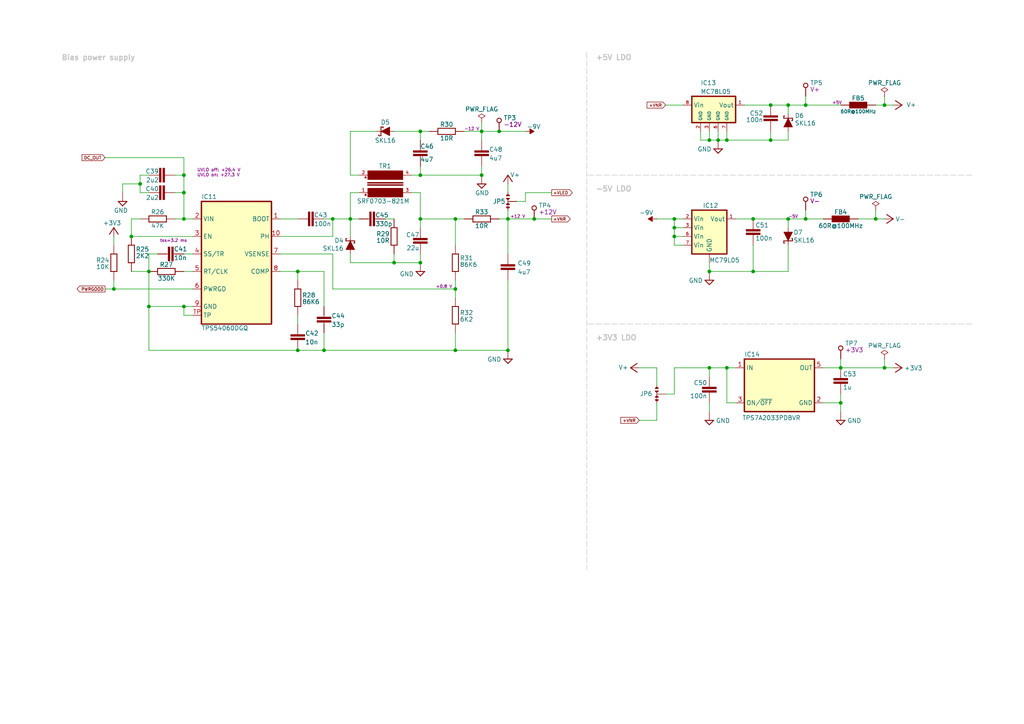
<source format=kicad_sch>
(kicad_sch (version 20250114) (generator "eeschema") (generator_version "9.0")
  (paper "A4")
  (title_block (title "${project_name}") (date "2025-10-23") (rev "${project_version}") (company "${project_creator}") (comment 1 "${project_license}") (comment 2 "${project_info}") (comment 3 "${project_url}"))
  (lib_symbols
    (symbol "PCM_EEZ_ICs:LM78LXX-SOIC8"
      (property "Reference" "IC" (at -5.08 3.175 0))
      (symbol "LM78LXX-SOIC8_1_0"
        (pin input line (at -10.16 0 0) (length 2.54) (name "Vin") (number "8"))
        (pin passive line (at -5.08 -7.62 90) (length 2.54) (name "GND") (number "2"))
        (pin passive line (at -2.54 -7.62 90) (length 2.54) (name "GND") (number "3"))
        (pin passive line (at 0 -7.62 90) (length 2.54) (name "GND") (number "6"))
        (pin passive line (at 2.54 -7.62 90) (length 2.54) (name "GND") (number "7"))
        (pin passive line (at 7.62 0 180) (length 2.54) (name "Vout") (number "1"))
        (pin no_connect line (at 7.62 -2.54 180) (length 2.54) (hide yes) (name "NC") (number "4"))
        (pin no_connect line (at 7.62 -5.08 180) (length 2.54) (hide yes) (name "NC") (number "5"))
      )
      (symbol "LM78LXX-SOIC8_1_1"
        (rectangle (start -7.62 2.54) (end 5.08 -5.08) (stroke (width 0.4064)) (fill (type background)))
      )
    )
    (symbol "PCM_EEZ_ICs:LM79LXX-SOIC8"
      (property "Reference" "IC" (at -5.08 3.175 0))
      (symbol "LM79LXX-SOIC8_1_0"
        (pin input line (at -7.62 0 0) (length 2.54) (name "Vin") (number "2"))
        (pin input line (at -7.62 -2.54 0) (length 2.54) (name "Vin") (number "3"))
        (pin input line (at -7.62 -5.08 0) (length 2.54) (name "Vin") (number "6"))
        (pin input line (at -7.62 -7.62 0) (length 2.54) (name "Vin") (number "7"))
        (pin passive line (at 0 -12.7 90) (length 2.54) (name "GND") (number "5"))
        (pin passive line (at 7.62 0 180) (length 2.54) (name "Vout") (number "1"))
        (pin no_connect line (at 7.62 -2.54 180) (length 2.54) (hide yes) (name "NC") (number "4"))
        (pin no_connect line (at 7.62 -5.08 180) (length 2.54) (hide yes) (name "NC") (number "8"))
      )
      (symbol "LM79LXX-SOIC8_1_1"
        (rectangle (start -5.08 2.54) (end 5.08 -10.16) (stroke (width 0.4064)) (fill (type background)))
      )
    )
    (symbol "PCM_EEZ_TI:LP5907"
      (property "Reference" "IC" (at -5.461 8.636 0))
      (symbol "LP5907_1_0"
        (rectangle (start -10.16 7.62) (end 10.16 -7.62) (stroke (width 0.4064)) (fill (type background)))
        (pin input line (at -12.7 5.08 0) (length 2.54) (name "IN") (number "1"))
        (pin input line (at -12.7 -5.08 0) (length 2.54) (name "ON/~{OFF}") (number "3"))
        (pin passive line (at 12.7 5.08 180) (length 2.54) (name "OUT") (number "5"))
        (pin no_connect line (at 12.7 2.54 180) (length 2.54) (hide yes) (name "NC") (number "4"))
        (pin passive line (at 12.7 -5.08 180) (length 2.54) (name "GND") (number "2"))
      )
    )
    (symbol "PCM_EEZ_TI:TPS54060DGQ"
      (property "Reference" "IC" (at -10.414 18.034 0))
      (property "Value" "TPS54060DGQ" (at -10.414 -19.812 0))
      (symbol "TPS54060DGQ_1_0"
        (rectangle (start -10.16 17.78) (end 10.16 -17.78) (stroke (width 0.4064)) (fill (type background)))
        (pin power_in line (at -12.7 12.7 0) (length 2.54) (name "VIN") (number "2"))
        (pin input line (at -12.7 7.62 0) (length 2.54) (name "EN") (number "3"))
        (pin input line (at -12.7 2.54 0) (length 2.54) (name "SS/TR") (number "4"))
        (pin input line (at -12.7 -2.54 0) (length 2.54) (name "RT/CLK") (number "5"))
        (pin output line (at -12.7 -7.62 0) (length 2.54) (name "PWRGD") (number "6"))
        (pin passive line (at -12.7 -12.7 0) (length 2.54) (name "GND") (number "9"))
        (pin passive line (at -12.7 -15.24 0) (length 2.54) (name "TP") (number "TP"))
        (pin output line (at 12.7 12.7 180) (length 2.54) (name "BOOT") (number "1"))
        (pin input line (at 12.7 7.62 180) (length 2.54) (name "PH") (number "10"))
        (pin input line (at 12.7 2.54 180) (length 2.54) (name "VSENSE") (number "7"))
        (pin output line (at 12.7 -2.54 180) (length 2.54) (name "COMP") (number "8"))
      )
    )
    (symbol "PCM_EEZ_discretes:DIODE_SCHOTTKY"
      (property "Reference" "D" (at -2.286 1.905 0))
      (symbol "DIODE_SCHOTTKY_1_0"
        (polyline (pts (xy 0.635 -1.016) (xy 0.635 -1.27)) (stroke (width 0.254)))
        (polyline (pts (xy 1.27 1.27) (xy 1.27 0)) (stroke (width 0.254)))
        (polyline (pts (xy 1.27 0) (xy 1.27 -1.27)) (stroke (width 0.254)))
        (polyline (pts (xy 1.27 -1.27) (xy 0.635 -1.27)) (stroke (width 0.254)))
        (polyline (pts (xy 1.905 1.27) (xy 1.27 1.27)) (stroke (width 0.254)))
        (polyline (pts (xy 1.905 1.27) (xy 1.905 1.016)) (stroke (width 0.254)))
        (pin passive line (at -2.54 0 0) (length 2.54) (name "A") (number "A"))
        (pin passive line (at 2.54 0 180) (length 2.54) (name "C") (number "C"))
      )
      (symbol "DIODE_SCHOTTKY_1_1"
        (polyline (pts (xy 1.27 0) (xy -1.27 -1.27) (xy -1.27 1.27) (xy 1.27 0)) (fill (type outline)))
      )
    )
    (symbol "PCM_EEZ_passives:C-EU"
      (property "Reference" "C" (at 1.27 0.635 0))
      (symbol "C-EU_1_0"
        (rectangle (start -2.032 -0.508) (end 2.032 -1.016) (fill (type outline)))
        (rectangle (start -2.032 -2.032) (end 2.032 -1.524) (fill (type outline)))
        (polyline (pts (xy 0 0) (xy 0 -0.508)) (stroke (width 0.1524)))
        (polyline (pts (xy 0 -2.54) (xy 0 -2.032)) (stroke (width 0.1524)))
        (pin passive line (at 0 2.54 270) (length 2.54) (name "1") (number "1"))
        (pin passive line (at 0 -5.08 90) (length 2.54) (name "2") (number "2"))
      )
    )
    (symbol "PCM_EEZ_passives:L_EU"
      (property "Reference" "L" (at 0 1.27 0))
      (property "Value" "~" (at 0 -1.27 0))
      (symbol "L_EU_1_0"
        (rectangle (start -2.54 0.889) (end 2.54 -0.889) (fill (type outline)))
        (pin passive line (at -5.08 0 0) (length 2.54) (name "1") (number "1"))
        (pin passive line (at 5.08 0 180) (length 2.54) (name "2") (number "2"))
      )
    )
    (symbol "PCM_EEZ_passives:L_EU_SRF0703"
      (property "Reference" "L" (at 2.54 1.6891 0))
      (symbol "L_EU_SRF0703_1_0"
        (rectangle (start 2.54 -1.27) (end 12.7 1.27) (fill (type outline)))
        (polyline (pts (xy 2.54 -2.2225) (xy 12.7 -2.2225)) (stroke (width 0.4064)))
        (polyline (pts (xy 12.7 -2.8575) (xy 2.54 -2.8575)) (stroke (width 0.4064)))
        (rectangle (start 12.7 -3.81) (end 2.54 -6.35) (fill (type outline)))
        (pin passive line (at 0 0 0) (length 2.54) (name "1") (number "1"))
        (pin passive line (at 0 -5.08 0) (length 2.54) (name "2") (number "2"))
        (pin passive line (at 15.24 0 180) (length 2.54) (name "3") (number "3"))
        (pin passive line (at 15.24 -5.08 180) (length 2.54) (name "4") (number "4"))
      )
      (symbol "L_EU_SRF0703_1_1"
        (circle (center 1.905 0.635) (radius 0.2342) (fill (type outline)))
        (circle (center 1.905 -4.445) (radius 0.2342) (fill (type outline)))
      )
    )
    (symbol "PCM_EEZ_passives:R-EU"
      (property "Reference" "R" (at -1.905 -1.905 90))
      (symbol "R-EU_1_0"
        (polyline (pts (xy -0.889 2.54) (xy -0.889 -2.54)) (stroke (width 0.254)))
        (polyline (pts (xy 0.889 2.54) (xy -0.889 2.54)) (stroke (width 0.254)))
        (polyline (pts (xy 0.889 -2.54) (xy -0.889 -2.54)) (stroke (width 0.254)))
        (polyline (pts (xy 0.889 -2.54) (xy 0.889 2.54)) (stroke (width 0.254)))
        (pin passive line (at 0 5.08 270) (length 2.54) (name "2") (number "2"))
        (pin passive line (at 0 -5.08 90) (length 2.54) (name "1") (number "1"))
      )
    )
    (symbol "PCM_EEZ_symbols:+3V3" (power)
      (property "Value" "+3V3" (at 0 0.635 0))
      (symbol "+3V3_1_0"
        (polyline (pts (xy 0 0) (xy -1.27 -1.905)) (stroke (width 0.254)))
        (polyline (pts (xy 1.27 -1.905) (xy 0 0)) (stroke (width 0.254)))
        (pin power_in line (at 0 -2.54 90) (length 2.54) (name "+3V3") (number "1"))
      )
    )
    (symbol "PCM_EEZ_symbols:GND" (power)
      (property "Value" "GND" (at 0 -1.905 0))
      (symbol "GND_1_0"
        (polyline (pts (xy -1.27 0) (xy 1.27 0)) (stroke (width 0.254)))
        (polyline (pts (xy 0 -1.27) (xy -1.27 0)) (stroke (width 0.254)))
        (polyline (pts (xy 1.27 0) (xy 0 -1.27)) (stroke (width 0.254)))
        (pin power_in line (at 0 2.54 270) (length 2.54) (name "GND") (number "1"))
      )
    )
    (symbol "PCM_EEZ_symbols:V+" (power)
      (property "Value" "V+" (at -1.27 1.27 0))
      (symbol "V+_1_0"
        (polyline (pts (xy 0 0) (xy -1.27 -1.905)) (stroke (width 0.254)))
        (polyline (pts (xy 1.27 -1.905) (xy 0 0)) (stroke (width 0.254)))
        (pin power_in line (at 0 -2.54 90) (length 2.54) (name "V+") (number "1"))
      )
    )
    (symbol "PCM_EEZ_symbols:V-" (power)
      (property "Value" "V-" (at -1.27 -2.54 0))
      (symbol "V-_1_0"
        (polyline (pts (xy -1.27 1.905) (xy 0 0)) (stroke (width 0.254)))
        (polyline (pts (xy 0 0) (xy 1.27 1.905)) (stroke (width 0.254)))
        (pin power_in line (at 0 2.54 270) (length 2.54) (name "V-") (number "1"))
      )
    )
    (symbol "PCM_EEZ_unsorted:JP3 shorted" (in_bom no)
      (property "Reference" "JP" (at -3.81 3.175 0))
      (symbol "JP3 shorted_1_0"
        (polyline (pts (xy 0 2.54) (xy 0 1.778)) (stroke (width 0.1524)))
        (arc (start -0.508 1.524) (mid 0 2.0298) (end 0.508 1.524) (stroke (width 0.0001)) (fill (type outline)))
        (arc (start 0 0.508) (mid -0.3592 0.6568) (end -0.508 1.016) (stroke (width 0.0001)) (fill (type outline)))
        (arc (start 0.508 1.016) (mid 0.3592 0.6568) (end 0 0.508) (stroke (width 0.0001)) (fill (type outline)))
        (arc (start -0.508 -1.016) (mid 0 -0.5102) (end 0.508 -1.016) (stroke (width 0.0001)) (fill (type outline)))
        (arc (start 0 -2.032) (mid -0.3592 -1.8832) (end -0.508 -1.524) (stroke (width 0.0001)) (fill (type outline)))
        (arc (start 0.508 -1.524) (mid 0.3592 -1.8832) (end 0 -2.032) (stroke (width 0.0001)) (fill (type outline)))
        (polyline (pts (xy 0 -1.778) (xy 0 0.762)) (stroke (width 0.1524)))
        (polyline (pts (xy 0 -2.54) (xy 0 -1.778)) (stroke (width 0.1524)))
        (pin passive line (at 0 2.54 180) (length 0) (name "NO") (number "NO"))
        (pin passive line (at 0 -2.54 180) (length 0) (name "NC") (number "NC"))
        (pin passive line (at 2.54 0 180) (length 2.54) (name "COM") (number "COM"))
      )
    )
    (symbol "PCM_EEZ_unsorted:PCB test point" (in_bom no)
      (property "Reference" "TP" (at 0 1.016 0))
      (symbol "PCB test point_1_0"
        (polyline (pts (xy 0 0) (xy -2.54 0)) (stroke (width 0.254)))
        (circle (center 0.635 0) (radius 0.635) (stroke (width 0.254)))
        (pin passive line (at -2.54 0 0) (length 0) (name "P$1") (number "1"))
      )
    )
    (symbol "R-EU_3"
      (property "Reference" "R" (at -1.905 -1.905 90))
      (symbol "R-EU_3_1_0"
        (polyline (pts (xy -0.889 2.54) (xy -0.889 -2.54)) (stroke (width 0.254)))
        (polyline (pts (xy 0.889 2.54) (xy -0.889 2.54)) (stroke (width 0.254)))
        (polyline (pts (xy 0.889 -2.54) (xy -0.889 -2.54)) (stroke (width 0.254)))
        (polyline (pts (xy 0.889 -2.54) (xy 0.889 2.54)) (stroke (width 0.254)))
        (pin passive line (at 0 5.08 270) (length 2.54) (name "2") (number "2"))
        (pin passive line (at 0 -5.08 90) (length 2.54) (name "1") (number "1"))
      )
    )
    (symbol "R-EU_6"
      (property "Reference" "R" (at -1.905 -1.905 90))
      (symbol "R-EU_6_1_0"
        (polyline (pts (xy -0.889 2.54) (xy -0.889 -2.54)) (stroke (width 0.254)))
        (polyline (pts (xy 0.889 2.54) (xy -0.889 2.54)) (stroke (width 0.254)))
        (polyline (pts (xy 0.889 -2.54) (xy -0.889 -2.54)) (stroke (width 0.254)))
        (polyline (pts (xy 0.889 -2.54) (xy 0.889 2.54)) (stroke (width 0.254)))
        (pin passive line (at 0 5.08 270) (length 2.54) (name "2") (number "2"))
        (pin passive line (at 0 -5.08 90) (length 2.54) (name "1") (number "1"))
      )
    )
    (symbol "R-EU_9"
      (property "Reference" "R" (at -1.905 -1.905 90))
      (symbol "R-EU_9_1_0"
        (polyline (pts (xy -0.889 2.54) (xy -0.889 -2.54)) (stroke (width 0.254)))
        (polyline (pts (xy 0.889 2.54) (xy -0.889 2.54)) (stroke (width 0.254)))
        (polyline (pts (xy 0.889 -2.54) (xy -0.889 -2.54)) (stroke (width 0.254)))
        (polyline (pts (xy 0.889 -2.54) (xy 0.889 2.54)) (stroke (width 0.254)))
        (pin passive line (at 0 5.08 270) (length 2.54) (name "2") (number "2"))
        (pin passive line (at 0 -5.08 90) (length 2.54) (name "1") (number "1"))
      )
    )
    (symbol "power:-9V" (power) (pin_numbers (hide yes)) (pin_names (offset 0) (hide yes))
      (property "Value" "-9V" (at 0 3.556 0))
      (symbol "-9V_0_1"
        (polyline (pts (xy 0 0) (xy 0 2.54)))
        (polyline (pts (xy 0.762 1.27) (xy -0.762 1.27) (xy 0 2.54) (xy 0.762 1.27)) (fill (type outline)))
      )
      (symbol "-9V_1_1"
        (pin power_in line (at 0 0 90) (length 0) (name "~") (number "1"))
      )
    )
    (symbol "power:PWR_FLAG" (power) (pin_numbers (hide yes)) (pin_names (offset 0) (hide yes))
      (property "Value" "PWR_FLAG" (at 0 3.81 0))
      (symbol "PWR_FLAG_0_0"
        (pin power_out line (at 0 0 90) (length 0) (name "~") (number "1"))
      )
      (symbol "PWR_FLAG_0_1"
        (polyline (pts (xy 0 0) (xy 0 1.27) (xy -1.016 1.905) (xy 0 2.54) (xy 1.016 1.905) (xy 0 1.27)))
      )
    )
  )
  (text "+5V" (at 241.3 30.48 0) (effects (font (size 0.889 0.889)) (justify left bottom)))
  (text "UVLO off: +26.4 V\nUVLO on: +27.3 V" (at 57.15 51.435 0) (effects (font (size 0.889 0.889)) (justify left bottom)))
  (text "+5V LDO" (at 172.72 17.78 0) (effects (font (size 1.524 1.524) (thickness 0.3048) (bold yes)) (justify left bottom)))
  (text "Bias power supply" (at 17.78 17.78 0) (effects (font (size 1.524 1.524) (thickness 0.3048) (bold yes)) (justify left bottom)))
  (text "-5V LDO" (at 172.72 55.88 0) (effects (font (size 1.524 1.524) (thickness 0.3048) (bold yes)) (justify left bottom)))
  (text "+0.8 V" (at 126.365 83.82 0) (effects (font (size 0.889 0.889)) (justify left bottom)))
  (text "+3V3 LDO" (at 172.72 99.06 0) (effects (font (size 1.524 1.524) (thickness 0.3048) (bold yes)) (justify left bottom)))
  (text "-5V" (at 228.6 63.5 0) (effects (font (size 0.889 0.889)) (justify left bottom)))
  (text "-12 V" (at 134.62 38.1 0) (effects (font (size 0.889 0.889)) (justify left bottom)))
  (text "tss=3.2 ms" (at 46.355 70.485 0) (effects (font (size 0.889 0.889)) (justify left bottom)))
  (text "+12 V" (at 147.955 63.5 0) (effects (font (size 0.889 0.889)) (justify left bottom)))
  (junction (at 53.34 50.8))
  (junction (at 53.34 88.9))
  (junction (at 205.74 40.64))
  (junction (at 40.64 53.34))
  (junction (at 139.7 50.8))
  (junction (at 121.92 38.1))
  (junction (at 96.52 63.5))
  (junction (at 86.36 101.6))
  (junction (at 43.18 88.9))
  (junction (at 228.6 63.5))
  (junction (at 223.52 40.64))
  (junction (at 132.08 63.5))
  (junction (at 218.44 78.74))
  (junction (at 195.58 66.04))
  (junction (at 205.74 106.68))
  (junction (at 114.3 76.2))
  (junction (at 243.84 106.68))
  (junction (at 33.02 83.82))
  (junction (at 228.6 30.48))
  (junction (at 233.68 30.48))
  (junction (at 223.52 30.48))
  (junction (at 121.92 76.2))
  (junction (at 121.92 50.8))
  (junction (at 208.28 40.64))
  (junction (at 38.1 68.58))
  (junction (at 147.32 63.5))
  (junction (at 254 63.5))
  (junction (at 154.94 63.5))
  (junction (at 144.78 38.1))
  (junction (at 121.92 63.5))
  (junction (at 218.44 63.5))
  (junction (at 147.32 101.6))
  (junction (at 101.6 63.5))
  (junction (at 210.82 40.64))
  (junction (at 132.08 83.82))
  (junction (at 53.34 63.5))
  (junction (at 139.7 38.1))
  (junction (at 233.68 63.5))
  (junction (at 205.74 78.74))
  (junction (at 210.82 106.68))
  (junction (at 132.08 101.6))
  (junction (at 256.54 106.68))
  (junction (at 195.58 68.58))
  (junction (at 256.54 30.48))
  (junction (at 86.36 78.74))
  (junction (at 243.84 116.84))
  (junction (at 53.34 55.88))
  (junction (at 43.18 78.74))
  (junction (at 195.58 63.5))
  (junction (at 93.98 101.6))
  (wire (pts (xy 228.6 78.74) (xy 228.6 71.12)) (stroke (width 0.1524)))
  (wire (pts (xy 53.34 63.5) (xy 55.88 63.5)) (stroke (width 0.1524)))
  (wire (pts (xy 195.58 106.68) (xy 195.58 114.3)))
  (wire (pts (xy 33.02 81.28) (xy 33.02 83.82)) (stroke (width 0.1524)))
  (wire (pts (xy 40.64 53.34) (xy 40.64 55.88)) (stroke (width 0.1524)))
  (wire (pts (xy 139.7 38.1) (xy 144.78 38.1)) (stroke (width 0.1524)))
  (wire (pts (xy 254 30.48) (xy 256.54 30.48)) (stroke (width 0.1524)))
  (wire (pts (xy 132.08 83.82) (xy 132.08 81.28)) (stroke (width 0.1524)))
  (wire (pts (xy 228.6 30.48) (xy 228.6 33.02)) (stroke (width 0.1524)))
  (wire (pts (xy 190.5 106.68) (xy 190.5 111.76)))
  (wire (pts (xy 35.56 53.34) (xy 35.56 55.88)) (stroke (width 0.1524)))
  (wire (pts (xy 185.42 121.92) (xy 190.5 121.92)))
  (wire (pts (xy 254 63.5) (xy 256.54 63.5)) (stroke (width 0.1524)))
  (wire (pts (xy 205.74 38.1) (xy 205.74 40.64)))
  (wire (pts (xy 53.34 73.66) (xy 55.88 73.66)) (stroke (width 0.1524)))
  (wire (pts (xy 147.32 63.5) (xy 147.32 73.66)) (stroke (width 0.1524)))
  (wire (pts (xy 248.92 63.5) (xy 254 63.5)) (stroke (width 0.1524)))
  (wire (pts (xy 114.3 76.2) (xy 101.6 76.2)) (stroke (width 0.1524)))
  (wire (pts (xy 33.02 83.82) (xy 55.88 83.82)))
  (wire (pts (xy 55.88 91.44) (xy 53.34 91.44)) (stroke (width 0.1524)))
  (wire (pts (xy 223.52 40.64) (xy 223.52 38.1)) (stroke (width 0.1524)))
  (wire (pts (xy 185.42 106.68) (xy 190.5 106.68)))
  (wire (pts (xy 53.34 50.8) (xy 53.34 55.88)) (stroke (width 0.1524)))
  (wire (pts (xy 205.74 106.68) (xy 205.74 109.22)))
  (wire (pts (xy 198.12 66.04) (xy 195.58 66.04)))
  (wire (pts (xy 121.92 76.2) (xy 114.3 76.2)) (stroke (width 0.1524)))
  (wire (pts (xy 53.34 78.74) (xy 55.88 78.74)) (stroke (width 0.1524)))
  (wire (pts (xy 114.3 73.66) (xy 114.3 76.2)) (stroke (width 0.1524)))
  (wire (pts (xy 114.3 63.5) (xy 111.76 63.5)) (stroke (width 0.1524)))
  (wire (pts (xy 218.44 78.74) (xy 228.6 78.74)) (stroke (width 0.1524)))
  (polyline (pts (xy 281.94 93.98) (xy 170.18 93.98)) (stroke (width 0.1524) (type dash) (color 194 194 194 1)))
  (wire (pts (xy 43.18 78.74) (xy 43.18 73.66)) (stroke (width 0.1524)))
  (wire (pts (xy 205.74 78.74) (xy 205.74 76.2)) (stroke (width 0.1524)))
  (wire (pts (xy 256.54 106.68) (xy 259.08 106.68)))
  (wire (pts (xy 43.18 101.6) (xy 43.18 88.9)) (stroke (width 0.1524)))
  (wire (pts (xy 233.68 63.5) (xy 228.6 63.5)) (stroke (width 0.1524)))
  (wire (pts (xy 50.8 63.5) (xy 53.34 63.5)) (stroke (width 0.1524)))
  (wire (pts (xy 228.6 30.48) (xy 233.68 30.48)) (stroke (width 0.1524)))
  (wire (pts (xy 139.7 38.1) (xy 134.62 38.1)) (stroke (width 0.1524)))
  (wire (pts (xy 228.6 63.5) (xy 218.44 63.5)) (stroke (width 0.1524)))
  (wire (pts (xy 45.72 73.66) (xy 43.18 73.66)) (stroke (width 0.1524)))
  (wire (pts (xy 233.68 63.5) (xy 233.68 60.96)) (stroke (width 0.1524)))
  (wire (pts (xy 198.12 68.58) (xy 195.58 68.58)))
  (wire (pts (xy 86.36 63.5) (xy 81.28 63.5)) (stroke (width 0.1524)))
  (wire (pts (xy 33.02 71.12) (xy 33.02 68.58)) (stroke (width 0.1524)))
  (wire (pts (xy 53.34 55.88) (xy 53.34 63.5)) (stroke (width 0.1524)))
  (wire (pts (xy 154.94 63.5) (xy 147.32 63.5)) (stroke (width 0.1524)))
  (wire (pts (xy 147.32 60.96) (xy 147.32 63.5)))
  (wire (pts (xy 233.68 27.94) (xy 233.68 30.48)) (stroke (width 0.1524)))
  (wire (pts (xy 119.38 55.88) (xy 121.92 55.88)) (stroke (width 0.1524)))
  (wire (pts (xy 81.28 68.58) (xy 96.52 68.58)) (stroke (width 0.1524)))
  (wire (pts (xy 193.04 30.48) (xy 198.12 30.48)))
  (wire (pts (xy 243.84 116.84) (xy 243.84 119.38)))
  (wire (pts (xy 93.98 96.52) (xy 93.98 101.6)) (stroke (width 0.1524)))
  (wire (pts (xy 86.36 93.98) (xy 86.36 91.44)) (stroke (width 0.1524)))
  (wire (pts (xy 218.44 30.48) (xy 223.52 30.48)) (stroke (width 0.1524)))
  (wire (pts (xy 114.3 38.1) (xy 121.92 38.1)) (stroke (width 0.1524)))
  (wire (pts (xy 205.74 106.68) (xy 210.82 106.68)))
  (wire (pts (xy 132.08 71.12) (xy 132.08 63.5)) (stroke (width 0.1524)))
  (wire (pts (xy 132.08 101.6) (xy 132.08 96.52)) (stroke (width 0.1524)))
  (wire (pts (xy 205.74 116.84) (xy 205.74 119.38)))
  (wire (pts (xy 30.48 83.82) (xy 33.02 83.82)) (stroke (width 0.1524)))
  (wire (pts (xy 218.44 63.5) (xy 215.9 63.5)) (stroke (width 0.1524)))
  (wire (pts (xy 233.68 30.48) (xy 243.84 30.48)) (stroke (width 0.1524)))
  (wire (pts (xy 152.4 58.42) (xy 149.86 58.42)))
  (wire (pts (xy 86.36 81.28) (xy 86.36 78.74)) (stroke (width 0.1524)))
  (wire (pts (xy 205.74 78.74) (xy 218.44 78.74)) (stroke (width 0.1524)))
  (wire (pts (xy 198.12 71.12) (xy 195.58 71.12)))
  (wire (pts (xy 86.36 101.6) (xy 43.18 101.6)) (stroke (width 0.1524)))
  (wire (pts (xy 53.34 88.9) (xy 43.18 88.9)) (stroke (width 0.1524)))
  (wire (pts (xy 223.52 30.48) (xy 228.6 30.48)) (stroke (width 0.1524)))
  (wire (pts (xy 101.6 38.1) (xy 109.22 38.1)) (stroke (width 0.1524)))
  (wire (pts (xy 96.52 63.5) (xy 93.98 63.5)) (stroke (width 0.1524)))
  (wire (pts (xy 55.88 68.58) (xy 38.1 68.58)) (stroke (width 0.1524)))
  (polyline (pts (xy 170.18 15.24) (xy 170.18 165.1)) (stroke (width 0.1524) (type dash) (color 194 194 194 1)))
  (wire (pts (xy 93.98 101.6) (xy 86.36 101.6)) (stroke (width 0.1524)))
  (wire (pts (xy 81.28 73.66) (xy 96.52 73.66)) (stroke (width 0.1524)))
  (wire (pts (xy 93.98 78.74) (xy 93.98 88.9)) (stroke (width 0.1524)))
  (wire (pts (xy 121.92 38.1) (xy 124.46 38.1)) (stroke (width 0.1524)))
  (wire (pts (xy 139.7 35.56) (xy 139.7 38.1)))
  (wire (pts (xy 203.2 40.64) (xy 205.74 40.64)))
  (wire (pts (xy 152.4 38.1) (xy 144.78 38.1)) (stroke (width 0.1524)))
  (wire (pts (xy 147.32 101.6) (xy 147.32 81.28)) (stroke (width 0.1524)))
  (wire (pts (xy 40.64 53.34) (xy 35.56 53.34)) (stroke (width 0.1524)))
  (wire (pts (xy 101.6 68.58) (xy 101.6 63.5)) (stroke (width 0.1524)))
  (wire (pts (xy 38.1 78.74) (xy 43.18 78.74)) (stroke (width 0.1524)))
  (wire (pts (xy 254 60.96) (xy 254 63.5)))
  (wire (pts (xy 121.92 50.8) (xy 121.92 48.26)) (stroke (width 0.1524)))
  (wire (pts (xy 53.34 45.72) (xy 30.48 45.72)) (stroke (width 0.1524)))
  (wire (pts (xy 96.52 73.66) (xy 96.52 83.82)) (stroke (width 0.1524)))
  (wire (pts (xy 50.8 50.8) (xy 53.34 50.8)) (stroke (width 0.1524)))
  (wire (pts (xy 205.74 40.64) (xy 208.28 40.64)))
  (wire (pts (xy 223.52 40.64) (xy 210.82 40.64)) (stroke (width 0.1524)))
  (wire (pts (xy 38.1 68.58) (xy 38.1 63.5)) (stroke (width 0.1524)))
  (polyline (pts (xy 281.94 50.8) (xy 170.18 50.8)) (stroke (width 0.1524) (type dash) (color 194 194 194 1)))
  (wire (pts (xy 121.92 63.5) (xy 121.92 55.88)) (stroke (width 0.1524)))
  (wire (pts (xy 147.32 53.34) (xy 147.32 55.88)))
  (wire (pts (xy 144.78 63.5) (xy 147.32 63.5)) (stroke (width 0.1524)))
  (wire (pts (xy 256.54 30.48) (xy 259.08 30.48)) (stroke (width 0.1524)))
  (wire (pts (xy 132.08 83.82) (xy 132.08 86.36)) (stroke (width 0.1524)))
  (wire (pts (xy 81.28 78.74) (xy 86.36 78.74)) (stroke (width 0.1524)))
  (wire (pts (xy 256.54 104.14) (xy 256.54 106.68)))
  (wire (pts (xy 101.6 63.5) (xy 101.6 55.88)) (stroke (width 0.1524)))
  (wire (pts (xy 238.76 106.68) (xy 243.84 106.68)))
  (wire (pts (xy 243.84 104.14) (xy 243.84 106.68)))
  (wire (pts (xy 210.82 116.84) (xy 213.36 116.84)))
  (wire (pts (xy 190.5 63.5) (xy 195.58 63.5)) (stroke (width 0.1524)))
  (wire (pts (xy 50.8 55.88) (xy 53.34 55.88)) (stroke (width 0.1524)))
  (wire (pts (xy 160.02 63.5) (xy 154.94 63.5)) (stroke (width 0.1524)))
  (wire (pts (xy 104.14 50.8) (xy 101.6 50.8)) (stroke (width 0.1524)))
  (wire (pts (xy 101.6 63.5) (xy 104.14 63.5)) (stroke (width 0.1524)))
  (wire (pts (xy 195.58 66.04) (xy 195.58 68.58)))
  (wire (pts (xy 53.34 88.9) (xy 53.34 91.44)) (stroke (width 0.1524)))
  (wire (pts (xy 195.58 106.68) (xy 205.74 106.68)))
  (wire (pts (xy 53.34 50.8) (xy 53.34 45.72)) (stroke (width 0.1524)))
  (wire (pts (xy 101.6 55.88) (xy 104.14 55.88)) (stroke (width 0.1524)))
  (wire (pts (xy 228.6 38.1) (xy 228.6 40.64)) (stroke (width 0.1524)))
  (wire (pts (xy 243.84 106.68) (xy 256.54 106.68)))
  (wire (pts (xy 38.1 63.5) (xy 40.64 63.5)) (stroke (width 0.1524)))
  (wire (pts (xy 210.82 106.68) (xy 213.36 106.68)))
  (wire (pts (xy 40.64 50.8) (xy 40.64 53.34)) (stroke (width 0.1524)))
  (wire (pts (xy 43.18 88.9) (xy 43.18 78.74)) (stroke (width 0.1524)))
  (wire (pts (xy 55.88 88.9) (xy 53.34 88.9)) (stroke (width 0.1524)))
  (wire (pts (xy 218.44 71.12) (xy 218.44 78.74)) (stroke (width 0.1524)))
  (wire (pts (xy 210.82 40.64) (xy 208.28 40.64)) (stroke (width 0.1524)))
  (wire (pts (xy 93.98 101.6) (xy 132.08 101.6)) (stroke (width 0.1524)))
  (wire (pts (xy 256.54 27.94) (xy 256.54 30.48)))
  (wire (pts (xy 210.82 38.1) (xy 210.82 40.64)))
  (wire (pts (xy 101.6 50.8) (xy 101.6 38.1)) (stroke (width 0.1524)))
  (wire (pts (xy 139.7 50.8) (xy 139.7 48.26)) (stroke (width 0.1524)))
  (wire (pts (xy 195.58 63.5) (xy 195.58 66.04)))
  (wire (pts (xy 193.04 114.3) (xy 195.58 114.3)))
  (wire (pts (xy 121.92 73.66) (xy 121.92 76.2)) (stroke (width 0.1524)))
  (wire (pts (xy 132.08 63.5) (xy 134.62 63.5)) (stroke (width 0.1524)))
  (wire (pts (xy 243.84 114.3) (xy 243.84 116.84)))
  (wire (pts (xy 228.6 40.64) (xy 223.52 40.64)) (stroke (width 0.1524)))
  (wire (pts (xy 121.92 40.64) (xy 121.92 38.1)) (stroke (width 0.1524)))
  (wire (pts (xy 213.36 63.5) (xy 215.9 63.5)))
  (wire (pts (xy 210.82 106.68) (xy 210.82 116.84)))
  (wire (pts (xy 195.58 71.12) (xy 195.58 68.58)))
  (wire (pts (xy 152.4 55.88) (xy 152.4 58.42)))
  (wire (pts (xy 132.08 101.6) (xy 147.32 101.6)) (stroke (width 0.1524)))
  (wire (pts (xy 238.76 116.84) (xy 243.84 116.84)))
  (wire (pts (xy 208.28 40.64) (xy 208.28 38.1)) (stroke (width 0.1524)))
  (wire (pts (xy 195.58 63.5) (xy 198.12 63.5)) (stroke (width 0.1524)))
  (wire (pts (xy 121.92 63.5) (xy 121.92 66.04)) (stroke (width 0.1524)))
  (wire (pts (xy 96.52 68.58) (xy 96.52 63.5)) (stroke (width 0.1524)))
  (wire (pts (xy 152.4 55.88) (xy 160.02 55.88)))
  (wire (pts (xy 119.38 50.8) (xy 121.92 50.8)) (stroke (width 0.1524)))
  (wire (pts (xy 43.18 50.8) (xy 40.64 50.8)) (stroke (width 0.1524)))
  (wire (pts (xy 228.6 66.04) (xy 228.6 63.5)) (stroke (width 0.1524)))
  (wire (pts (xy 215.9 30.48) (xy 218.44 30.48)))
  (wire (pts (xy 96.52 83.82) (xy 132.08 83.82)) (stroke (width 0.1524)))
  (wire (pts (xy 96.52 63.5) (xy 101.6 63.5)) (stroke (width 0.1524)))
  (wire (pts (xy 121.92 50.8) (xy 139.7 50.8)) (stroke (width 0.1524)))
  (wire (pts (xy 86.36 78.74) (xy 93.98 78.74)) (stroke (width 0.1524)))
  (wire (pts (xy 203.2 38.1) (xy 203.2 40.64)))
  (wire (pts (xy 132.08 63.5) (xy 121.92 63.5)) (stroke (width 0.1524)))
  (wire (pts (xy 101.6 76.2) (xy 101.6 73.66)) (stroke (width 0.1524)))
  (wire (pts (xy 40.64 55.88) (xy 43.18 55.88)) (stroke (width 0.1524)))
  (wire (pts (xy 190.5 116.84) (xy 190.5 121.92)))
  (wire (pts (xy 139.7 40.64) (xy 139.7 38.1)) (stroke (width 0.1524)))
  (wire (pts (xy 238.76 63.5) (xy 233.68 63.5)) (stroke (width 0.1524)))
  (global_label "+VLED" (shape output) (at 160.02 55.88 0) (effects (font (size 0.889 0.889))) (property "Intersheetrefs" "${INTERSHEET_REFS}" (effects (hide yes))))
  (global_label "+VNR" (shape input) (at 185.42 121.92 180) (effects (font (size 0.889 0.889))) (property "Intersheetrefs" "${INTERSHEET_REFS}" (effects (hide yes))))
  (global_label "PWRGOOD" (shape output) (at 30.48 83.82 180) (effects (font (size 0.889 0.889))) (property "Intersheetrefs" "${INTERSHEET_REFS}" (effects (hide yes))))
  (global_label "+VNR" (shape output) (at 160.02 63.5 0) (effects (font (size 0.889 0.889))) (property "Intersheetrefs" "${INTERSHEET_REFS}" (effects (hide yes))))
  (global_label "+VNR" (shape input) (at 193.04 30.48 180) (effects (font (size 0.889 0.889))) (property "Intersheetrefs" "${INTERSHEET_REFS}" (effects (hide yes))))
  (global_label "DC_OUT" (shape input) (at 30.48 45.72 180) (effects (font (size 0.889 0.889))) (property "Intersheetrefs" "${INTERSHEET_REFS}" (effects (hide yes))))
  (symbol (lib_id "PCM_EEZ_symbols:GND") (at 139.7 53.34 0) (mirror y) (unit 1)
    (property "Reference" "#SUPPLY025" (effects (hide yes)))
    (property "Value" "GND" (at 137.795 55.245 0) (effects (justify right top)))
  )
  (symbol (lib_id "PCM_EEZ_passives:C-EU") (at 50.8 73.66 270) (mirror x) (unit 1)
    (property "Reference" "C41" (at 50.419 71.501 90) (effects (justify left bottom)))
    (property "Value" "10n" (at 50.419 74.041 90) (effects (justify left bottom)))
    (property "Footprint" "PCM_EEZ_passives:C_0805_2012Metric" (effects (hide yes)))
    (property "DigiKey" "490-7194-1-ND " (effects (hide yes)))
    (property "Mouser" "710-885012207122" (effects (hide yes)))
    (property "TME" "CC0805KRX7R9103" (effects (hide yes)))
  )
  (symbol (lib_id "PCM_EEZ_passives:C-EU") (at 243.84 111.76 0) (mirror x) (unit 1)
    (property "Reference" "C53" (at 244.475 109.22 0) (effects (justify left top)))
    (property "Value" "1u" (at 244.475 113.03 0) (effects (justify left top)))
    (property "Footprint" "PCM_EEZ_passives:C_0805_2012Metric" (effects (hide yes)))
    (property "DigiKey" "587-1283-1-ND" (effects (hide yes)))
    (property "Mouser" "603-CC805MKX7R7BB105" (effects (hide yes)))
    (property "TME" "CL21B105KOFNNNE" (effects (hide yes)))
  )
  (symbol (lib_id "PCM_EEZ_passives:C-EU") (at 106.68 63.5 90) (unit 1)
    (property "Reference" "C45" (at 108.839 63.119 90) (effects (justify right top)))
    (property "Value" "330p" (at 108.839 65.659 90) (effects (justify right top)))
    (property "Footprint" "PCM_EEZ_passives:C_0805_2012Metric" (effects (hide yes)))
    (property "DigiKey" "1276-1189-1-ND " (effects (hide yes)))
    (property "Mouser" "80-C0805C331J5G" (effects (hide yes)))
    (property "TME" "CL21C331JBANNNC" (effects (hide yes)))
  )
  (symbol (lib_id "PCM_EEZ_TI:TPS54060DGQ") (at 68.58 76.2 0) (unit 1)
    (property "Reference" "IC11" (at 58.42 57.785 0) (effects (justify left bottom)))
    (property "Value" "TPS54060DGQ" (at 58.42 95.885 0) (effects (justify left bottom)))
    (property "Footprint" "PCM_EEZ_SMD:SOP50P490X110-11N" (effects (hide yes)))
    (property "Description" "0.5 A, 60 V Step-Down DC–DC Converter With Eco-Mode™" (effects (hide yes)))
    (property "DigiKey" "296-37148-1-ND" (effects (hide yes)))
    (property "Mouser" "TPS54060ADGQR" (effects (hide yes)))
    (property "TME" "-" (effects (hide yes)))
    (property "LCSC" "C12382" (effects (hide yes)))
  )
  (symbol (lib_id "power:PWR_FLAG") (at 139.7 35.56 0) (unit 1)
    (property "Reference" "#FLG08" (effects (hide yes)))
    (property "Value" "PWR_FLAG" (at 139.7 32.385 0) (effects (justify bottom)))
  )
  (symbol (lib_id "PCM_EEZ_symbols:GND") (at 121.92 78.74 0) (unit 1)
    (property "Reference" "#SUPPLY024" (effects (hide yes)))
    (property "Value" "GND" (at 120.015 78.74 0) (effects (justify right top)))
  )
  (symbol (lib_id "PCM_EEZ_discretes:DIODE_SCHOTTKY") (at 101.6 71.12 90) (unit 1)
    (property "Reference" "D4" (at 99.695 70.485 90) (effects (justify left top)))
    (property "Value" "SKL16" (at 99.695 72.771 90) (effects (justify left top)))
    (property "Footprint" "PCM_EEZ_SMD:SOD123" (effects (hide yes)))
    (property "DigiKey" "RB160MM-60CT-ND" (effects (hide yes)))
    (property "Mouser" "755-RB160MM-60TR" (effects (hide yes)))
    (property "TME" "SKL16-DIO" (effects (hide yes)))
  )
  (symbol (lib_id "PCM_EEZ_passives:C-EU") (at 121.92 68.58 0) (mirror y) (unit 1)
    (property "Reference" "C47" (at 121.666 68.834 0) (effects (justify left bottom)))
    (property "Value" "22u" (at 121.666 72.644 0) (effects (justify left bottom)))
    (property "Footprint" "PCM_EEZ_passives:C_1210_3225Metric" (effects (hide yes)))
  )
  (symbol (lib_id "PCM_EEZ_passives:L_EU") (at 243.84 63.5 0) (unit 1)
    (property "Reference" "FB4" (at 243.84 62.23 0) (effects (justify bottom)))
    (property "Value" "60R@100MHz" (at 243.84 64.77 0) (effects (justify top)))
    (property "Footprint" "PCM_EEZ_passives:BEAD0603" (effects (hide yes)))
    (property "DigiKey" "490-7809-1-ND" (effects (hide yes)))
    (property "Mouser" "81-BLM18AG102SH1D" (effects (hide yes)))
    (property "TME" "BLM18AG102SH1D" (effects (hide yes)))
  )
  (symbol (lib_id "PCM_EEZ_passives:R-EU") (at 132.08 76.2 180) (unit 1)
    (property "Reference" "R31" (at 133.35 75.565 0) (effects (justify right top)))
    (property "Value" "86K6" (at 133.35 77.47 0) (effects (justify right top)))
    (property "Footprint" "PCM_EEZ_passives:R_0805_2012Metric" (effects (hide yes)))
    (property "DigiKey" "311-86.6KCRCT-ND " (effects (hide yes)))
    (property "Mouser" "603-RT0805FRE0786K6L " (effects (hide yes)))
    (property "TME" "CRCW080586K6FKTABC" (effects (hide yes)))
  )
  (symbol (lib_id "PCM_EEZ_unsorted:PCB test point") (at 144.78 35.56 270) (mirror x) (unit 1) (in_bom no)
    (property "Reference" "TP3" (at 146.05 34.925 90) (effects (justify left top)))
    (property "Value" "TEST-PIN_0.9MM" (effects (hide yes)))
    (property "Footprint" "PCM_EEZ_THT:Testhole 24_50mils" (effects (hide yes)))
    (property "Label" "-12V" (at 146.05 36.83 90) (effects (justify left top)))
  )
  (symbol (lib_id "PCM_EEZ_symbols:V+") (at 182.88 106.68 90) (mirror x) (unit 1)
    (property "Reference" "#P+03" (effects (hide yes)))
    (property "Value" "V+" (at 182.245 107.315 90) (effects (justify left bottom)))
  )
  (symbol (lib_id "PCM_EEZ_unsorted:PCB test point") (at 233.68 58.42 270) (mirror x) (unit 1) (in_bom no)
    (property "Reference" "TP6" (at 234.95 57.15 90) (effects (justify left top)))
    (property "Value" "TEST-PIN_0.9MM" (effects (hide yes)))
    (property "Footprint" "PCM_EEZ_THT:Testhole 24_50mils" (effects (hide yes)))
    (property "Label" "V-" (at 234.95 59.055 90) (effects (justify left top)))
  )
  (symbol (lib_id "PCM_EEZ_symbols:GND") (at 35.56 58.42 0) (unit 1)
    (property "Reference" "#SUPPLY023" (effects (hide yes)))
    (property "Value" "GND" (at 33.02 60.325 0) (effects (justify left top)))
  )
  (symbol (lib_id "PCM_EEZ_symbols:+3V3") (at 33.02 66.04 0) (unit 1)
    (property "Reference" "#+3V013" (effects (hide yes)))
    (property "Value" "+3V3" (at 29.845 65.405 0) (effects (justify left bottom)))
  )
  (symbol (lib_id "power:PWR_FLAG") (at 256.54 27.94 0) (unit 1)
    (property "Reference" "#FLG010" (effects (hide yes)))
    (property "Value" "PWR_FLAG" (at 256.54 24.765 0) (effects (justify bottom)))
  )
  (symbol (lib_id "PCM_EEZ_passives:C-EU") (at 86.36 99.06 0) (mirror x) (unit 1)
    (property "Reference" "C42" (at 88.519 97.409 0) (effects (justify left top)))
    (property "Value" "10n" (at 88.519 99.949 0) (effects (justify left top)))
    (property "Footprint" "PCM_EEZ_passives:C_0805_2012Metric" (effects (hide yes)))
    (property "DigiKey" "490-7194-1-ND " (effects (hide yes)))
    (property "Mouser" "710-885012207122" (effects (hide yes)))
    (property "TME" "CC0805KRX7R9103" (effects (hide yes)))
  )
  (symbol (lib_id "PCM_EEZ_passives:R-EU") (at 114.3 68.58 180) (unit 1)
    (property "Reference" "R29" (at 113.03 68.58 0) (effects (justify left top)))
    (property "Value" "10R" (at 113.03 70.485 0) (effects (justify left top)))
    (property "Footprint" "PCM_EEZ_passives:R_0805_2012Metric" (effects (hide yes)))
    (property "TME" "SMD0805-10R-1%" (effects (hide yes)))
  )
  (symbol (lib_id "power:-9V") (at 152.4 38.1 270) (mirror x) (unit 1)
    (property "Reference" "#-9V01" (effects (hide yes)))
    (property "Value" "-9V" (at 156.845 37.465 90) (effects (justify right top)))
    (property "Description" "Power symbol creates a global label with name \"-9V\"" (effects (hide yes)))
  )
  (symbol (lib_id "PCM_EEZ_passives:C-EU") (at 121.92 43.18 0) (unit 1)
    (property "Reference" "C46" (at 121.92 43.18 0) (effects (justify left bottom)))
    (property "Value" "4u7" (at 121.92 46.99 0) (effects (justify left bottom)))
    (property "Footprint" "PCM_EEZ_passives:C_1206_3216Metric" (effects (hide yes)))
    (property "DigiKey" "1276-2970-1-ND" (effects (hide yes)))
    (property "Mouser" "963-EMK316B7475ML-T" (effects (hide yes)))
    (property "TME" "GCM31CR71E475KA55L" (effects (hide yes)))
  )
  (symbol (lib_id "PCM_EEZ_passives:R-EU") (at 129.54 38.1 270) (unit 1)
    (property "Reference" "R30" (at 129.54 36.83 90) (effects (justify bottom)))
    (property "Value" "10R" (at 129.54 39.37 90) (effects (justify top)))
    (property "Footprint" "PCM_EEZ_passives:R_0805_2012Metric" (effects (hide yes)))
    (property "TME" "SMD0805-10R-1%" (effects (hide yes)))
  )
  (symbol (lib_id "PCM_EEZ_symbols:V+") (at 147.32 50.8 0) (unit 1)
    (property "Reference" "#P+02" (effects (hide yes)))
    (property "Value" "V+" (at 147.955 51.435 0) (effects (justify left bottom)))
  )
  (symbol (lib_id "PCM_EEZ_symbols:GND") (at 147.32 104.14 0) (unit 1)
    (property "Reference" "#SUPPLY026" (effects (hide yes)))
    (property "Value" "GND" (at 145.415 103.505 0) (effects (justify right top)))
  )
  (symbol (lib_id "PCM_EEZ_ICs:LM79LXX-SOIC8") (at 205.74 63.5 0) (unit 1)
    (property "Reference" "IC12" (at 203.835 60.325 0) (effects (justify left bottom)))
    (property "Value" "MC79L05" (at 205.74 76.2 0) (effects (justify left bottom)))
    (property "Footprint" "PCM_EEZ_SMD:SOIC127P600X173-8N" (effects (hide yes)))
    (property "DigiKey" "MC79L05ABDGOS-ND " (effects (hide yes)))
    (property "Mouser" "863-MC79L05ACDR2G" (effects (hide yes)))
    (property "TME" "MC79L05ACDG" (effects (hide yes)))
    (property "LCSC" "C232661" (effects (hide yes)))
  )
  (symbol (lib_id "PCM_EEZ_unsorted:PCB test point") (at 154.94 60.96 270) (mirror x) (unit 1) (in_bom no)
    (property "Reference" "TP4" (at 156.21 60.325 90) (effects (justify left top)))
    (property "Value" "TEST-PIN_0.9MM" (effects (hide yes)))
    (property "Footprint" "PCM_EEZ_THT:Testhole 24_50mils" (effects (hide yes)))
    (property "Label" "+12V" (at 156.21 62.23 90) (effects (justify left top)))
  )
  (symbol (lib_id "PCM_EEZ_passives:C-EU") (at 147.32 76.2 0) (unit 1)
    (property "Reference" "C49" (at 150.114 77.089 0) (effects (justify left bottom)))
    (property "Value" "4u7" (at 150.114 79.629 0) (effects (justify left bottom)))
    (property "Footprint" "PCM_EEZ_passives:C_1206_3216Metric" (effects (hide yes)))
    (property "DigiKey" "1276-2970-1-ND" (effects (hide yes)))
    (property "Mouser" "963-EMK316B7475ML-T" (effects (hide yes)))
    (property "TME" "GCM31CR71E475KA55L" (effects (hide yes)))
  )
  (symbol (lib_id "PCM_EEZ_unsorted:JP3 shorted") (at 147.32 58.42 0) (unit 1) (in_bom no)
    (property "Reference" "JP5" (at 144.78 58.42 0))
    (property "Footprint" "PCM_EEZ_SMD:JP3 shorted (0603)" (effects (hide yes)))
  )
  (symbol (lib_id "PCM_EEZ_symbols:GND") (at 208.28 43.18 0) (unit 1)
    (property "Reference" "#SUPPLY030" (effects (hide yes)))
    (property "Value" "GND" (at 206.375 42.545 0) (effects (justify right top)))
  )
  (symbol (lib_id "PCM_EEZ_unsorted:PCB test point") (at 243.84 101.6 270) (mirror x) (unit 1) (in_bom no)
    (property "Reference" "TP7" (at 245.11 100.33 90) (effects (justify left top)))
    (property "Value" "TEST-PIN_0.9MM" (effects (hide yes)))
    (property "Footprint" "PCM_EEZ_THT:Testhole 24_50mils" (effects (hide yes)))
    (property "Label" "+3V3" (at 245.11 102.235 90) (effects (justify left top)))
  )
  (symbol (lib_name "R-EU_9") (lib_id "PCM_EEZ_passives:R-EU") (at 38.1 73.66 0) (mirror y) (unit 1)
    (property "Reference" "R25" (at 39.37 73.025 0) (effects (justify right bottom)))
    (property "Value" "2K2" (at 39.37 74.93 0) (effects (justify right bottom)))
    (property "Footprint" "PCM_EEZ_passives:R_0805_2012Metric" (effects (hide yes)))
    (property "DigiKey" "311-2.20KCRCT-ND" (effects (hide yes)))
    (property "Mouser" "603-RC0805FR-072K2L" (effects (hide yes)))
    (property "TME" "0805S8F2201T5E" (effects (hide yes)))
  )
  (symbol (lib_id "PCM_EEZ_passives:C-EU") (at 205.74 114.3 180) (unit 1)
    (property "Reference" "C50" (at 205.105 111.76 0) (effects (justify left top)))
    (property "Value" "100n" (at 205.105 115.57 0) (effects (justify left top)))
    (property "Footprint" "PCM_EEZ_passives:C_0603_1608Metric" (effects (hide yes)))
    (property "DigiKey" "490-4774-1-ND" (effects (hide yes)))
    (property "Mouser" "80-C0603C104M4R" (effects (hide yes)))
    (property "TME" "CL10B104KA8NNNC" (effects (hide yes)))
  )
  (symbol (lib_id "PCM_EEZ_ICs:LM78LXX-SOIC8") (at 208.28 30.48 0) (unit 1)
    (property "Reference" "IC13" (at 203.2 24.765 0) (effects (justify left bottom)))
    (property "Value" "MC78L05" (at 203.2 27.305 0) (effects (justify left bottom)))
    (property "Footprint" "PCM_EEZ_SMD:SOIC127P600X173-8N" (effects (hide yes)))
    (property "DigiKey" "MC78L05ACDR2GOSCT-ND" (effects (hide yes)))
    (property "Mouser" "863-MC78L05ACDR2G" (effects (hide yes)))
    (property "TME" "MC78L05ACDG" (effects (hide yes)))
    (property "LCSC" "C7371" (effects (hide yes)))
  )
  (symbol (lib_id "PCM_EEZ_passives:C-EU") (at 91.44 63.5 270) (mirror x) (unit 1)
    (property "Reference" "C43" (at 91.059 63.119 90) (effects (justify left top)))
    (property "Value" "100n" (at 91.059 65.659 90) (effects (justify left top)))
    (property "Footprint" "PCM_EEZ_passives:C_0603_1608Metric" (effects (hide yes)))
    (property "DigiKey" "490-4774-1-ND" (effects (hide yes)))
    (property "Mouser" "80-C0603C104M4R" (effects (hide yes)))
    (property "TME" "CL10B104KA8NNNC" (effects (hide yes)))
  )
  (symbol (lib_id "power:PWR_FLAG") (at 256.54 104.14 0) (unit 1)
    (property "Reference" "#FLG011" (effects (hide yes)))
    (property "Value" "PWR_FLAG" (at 256.54 100.965 0) (effects (justify bottom)))
  )
  (symbol (lib_id "PCM_EEZ_discretes:DIODE_SCHOTTKY") (at 111.76 38.1 180) (unit 1)
    (property "Reference" "D5" (at 111.76 36.195 0) (effects (justify top)))
    (property "Value" "SKL16" (at 111.76 40.005 0) (effects (justify bottom)))
    (property "Footprint" "PCM_EEZ_SMD:SOD123" (effects (hide yes)))
    (property "DigiKey" "RB160MM-60CT-ND" (effects (hide yes)))
    (property "Mouser" "755-RB160MM-60TR" (effects (hide yes)))
    (property "TME" "SKL16-DIO" (effects (hide yes)))
  )
  (symbol (lib_id "PCM_EEZ_TI:LP5907") (at 226.06 111.76 0) (unit 1)
    (property "Reference" "IC14" (at 215.9 103.505 0) (effects (justify left bottom)))
    (property "Value" "TPS7A2033PDBVR" (at 215.265 121.92 0) (effects (justify left bottom)))
    (property "Footprint" "PCM_EEZ_SMD:SOT23-5L_STM" (effects (hide yes)))
    (property "Description" "300 mA Low noise Low dropout Regulator With Shutdown" (effects (hide yes)))
    (property "DigiKey" "296-TPS7A2033PDBVRCT-ND" (effects (hide yes)))
    (property "Mouser" "595-TPS7A2033PDBVR" (effects (hide yes)))
    (property "TME" "TPS7A2033PDBVR" (effects (hide yes)))
    (property "LCSC" "C2862740" (effects (hide yes)))
  )
  (symbol (lib_id "PCM_EEZ_discretes:DIODE_SCHOTTKY") (at 228.6 35.56 90) (unit 1)
    (property "Reference" "D6" (at 230.505 34.29 90) (effects (justify right top)))
    (property "Value" "SKL16" (at 230.505 36.449 90) (effects (justify right top)))
    (property "Footprint" "PCM_EEZ_SMD:SOD123" (effects (hide yes)))
    (property "DigiKey" "RB160MM-60CT-ND" (effects (hide yes)))
    (property "Mouser" "755-RB160MM-60TR" (effects (hide yes)))
    (property "TME" "SKL16-DIO" (effects (hide yes)))
  )
  (symbol (lib_id "PCM_EEZ_symbols:V+") (at 261.62 30.48 270) (unit 1)
    (property "Reference" "#P+04" (effects (hide yes)))
    (property "Value" "V+" (at 262.89 31.115 90) (effects (justify left bottom)))
  )
  (symbol (lib_id "power:PWR_FLAG") (at 254 60.96 0) (unit 1)
    (property "Reference" "#FLG09" (effects (hide yes)))
    (property "Value" "PWR_FLAG" (at 254 57.785 0) (effects (justify bottom)))
  )
  (symbol (lib_id "PCM_EEZ_passives:R-EU") (at 86.36 86.36 0) (mirror y) (unit 1)
    (property "Reference" "R28" (at 87.63 86.36 0) (effects (justify right bottom)))
    (property "Value" "86K6" (at 87.63 88.265 0) (effects (justify right bottom)))
    (property "Footprint" "PCM_EEZ_passives:R_0805_2012Metric" (effects (hide yes)))
    (property "DigiKey" "311-86.6KCRCT-ND " (effects (hide yes)))
    (property "Mouser" "603-RT0805FRE0786K6L " (effects (hide yes)))
    (property "TME" "CRCW080586K6FKTABC" (effects (hide yes)))
  )
  (symbol (lib_id "PCM_EEZ_symbols:V-") (at 259.08 63.5 90) (mirror x) (unit 1)
    (property "Reference" "#SUPPLY032" (effects (hide yes)))
    (property "Value" "V-" (at 259.715 62.865 90) (effects (justify right top)))
  )
  (symbol (lib_name "R-EU_6") (lib_id "PCM_EEZ_passives:R-EU") (at 48.26 78.74 270) (mirror x) (unit 1)
    (property "Reference" "R27" (at 48.26 77.47 90) (effects (justify top)))
    (property "Value" "330K" (at 48.26 80.01 90) (effects (justify bottom)))
    (property "Footprint" "PCM_EEZ_passives:R_0805_2012Metric" (effects (hide yes)))
    (property "DigiKey" "A126361CT-ND " (effects (hide yes)))
    (property "Mouser" "652-CR0805FX-3303ELF" (effects (hide yes)))
    (property "TME" "0805S8F3303T5E" (effects (hide yes)))
  )
  (symbol (lib_id "PCM_EEZ_passives:R-EU") (at 45.72 63.5 270) (mirror x) (unit 1)
    (property "Reference" "R26" (at 45.72 62.23 90) (effects (justify top)))
    (property "Value" "47K" (at 45.72 64.77 90) (effects (justify bottom)))
    (property "Footprint" "PCM_EEZ_passives:R_0805_2012Metric" (effects (hide yes)))
    (property "DigiKey" "RHM47KKCT-ND" (effects (hide yes)))
    (property "Mouser" "603-RC0805FR-0747KL" (effects (hide yes)))
    (property "TME" "RC0805FR-0747K" (effects (hide yes)))
  )
  (symbol (lib_id "PCM_EEZ_symbols:GND") (at 243.84 121.92 0) (mirror y) (unit 1)
    (property "Reference" "#SUPPLY031" (effects (hide yes)))
    (property "Value" "GND" (at 245.745 121.285 0) (effects (justify right top)))
  )
  (symbol (lib_id "PCM_EEZ_discretes:DIODE_SCHOTTKY") (at 228.6 68.58 90) (mirror x) (unit 1)
    (property "Reference" "D7" (at 230.124 66.675 90) (effects (justify right top)))
    (property "Value" "SKL16" (at 230.124 68.961 90) (effects (justify right top)))
    (property "Footprint" "PCM_EEZ_SMD:SOD123" (effects (hide yes)))
    (property "DigiKey" "RB160MM-60CT-ND" (effects (hide yes)))
    (property "Mouser" "755-RB160MM-60TR" (effects (hide yes)))
    (property "TME" "SKL16-DIO" (effects (hide yes)))
  )
  (symbol (lib_id "PCM_EEZ_passives:C-EU") (at 48.26 50.8 270) (mirror x) (unit 1)
    (property "Reference" "C39" (at 46.101 50.419 90) (effects (justify right top)))
    (property "Value" "2u2" (at 46.101 52.959 90) (effects (justify right top)))
    (property "Footprint" "PCM_EEZ_passives:C_1206_3216Metric" (effects (hide yes)))
    (property "DigiKey" "1276-2723-1-ND " (effects (hide yes)))
    (property "Mouser" "80-C1206C225M5RECLR" (effects (hide yes)))
    (property "TME" "CL31B225KBHNNNE" (effects (hide yes)))
  )
  (symbol (lib_name "R-EU_3") (lib_id "PCM_EEZ_passives:R-EU") (at 33.02 76.2 0) (mirror x) (unit 1)
    (property "Reference" "R24" (at 31.75 76.2 0) (effects (justify right top)))
    (property "Value" "10K" (at 31.75 78.105 0) (effects (justify right top)))
    (property "Footprint" "PCM_EEZ_passives:R_0805_2012Metric" (effects (hide yes)))
    (property "DigiKey" "311-10.0KCRCT-ND" (effects (hide yes)))
    (property "Mouser" "603-RC0805FR-0710KL" (effects (hide yes)))
    (property "TME" "RC0805FR-1310KL" (effects (hide yes)))
  )
  (symbol (lib_id "PCM_EEZ_passives:C-EU") (at 223.52 33.02 0) (unit 1)
    (property "Reference" "C52" (at 221.361 32.131 0) (effects (justify right top)))
    (property "Value" "100n" (at 221.361 34.036 0) (effects (justify right top)))
    (property "Footprint" "PCM_EEZ_passives:C_0603_1608Metric" (effects (hide yes)))
    (property "DigiKey" "490-4774-1-ND" (effects (hide yes)))
    (property "Mouser" "80-C0603C104M4R" (effects (hide yes)))
    (property "TME" "CL10B104KA8NNNC" (effects (hide yes)))
  )
  (symbol (lib_id "PCM_EEZ_unsorted:JP3 shorted") (at 190.5 114.3 0) (unit 1) (in_bom no)
    (property "Reference" "JP6" (at 189.23 114.935 0) (effects (justify right bottom)))
    (property "Footprint" "PCM_EEZ_SMD:JP3 shorted (0603)" (effects (hide yes)))
  )
  (symbol (lib_id "PCM_EEZ_passives:L_EU_SRF0703") (at 104.14 55.88 0) (mirror x) (unit 1)
    (property "Reference" "TR1" (at 109.855 48.895 0) (effects (justify left top)))
    (property "Value" "SRF0703-821M" (at 103.505 59.055 0) (effects (justify left top)))
    (property "Footprint" "PCM_EEZ_passives:SRF0703" (effects (hide yes)))
    (property "DigiKey" "SRF0703-821MCT-ND" (effects (hide yes)))
    (property "Mouser" "652-SRF0703-821M" (effects (hide yes)))
    (property "TME" "-" (effects (hide yes)))
  )
  (symbol (lib_id "PCM_EEZ_symbols:GND") (at 205.74 121.92 0) (mirror y) (unit 1)
    (property "Reference" "#SUPPLY029" (effects (hide yes)))
    (property "Value" "GND" (at 207.645 121.285 0) (effects (justify right top)))
  )
  (symbol (lib_id "PCM_EEZ_unsorted:PCB test point") (at 233.68 25.4 270) (mirror x) (unit 1) (in_bom no)
    (property "Reference" "TP5" (at 234.95 24.765 90) (effects (justify left top)))
    (property "Value" "TEST-PIN_0.9MM" (effects (hide yes)))
    (property "Footprint" "PCM_EEZ_THT:Testhole 24_50mils" (effects (hide yes)))
    (property "Label" "V+" (at 234.95 26.67 90) (effects (justify left top)))
  )
  (symbol (lib_id "PCM_EEZ_passives:R-EU") (at 132.08 91.44 180) (unit 1)
    (property "Reference" "R32" (at 133.35 91.44 0) (effects (justify right top)))
    (property "Value" "6K2" (at 133.35 93.345 0) (effects (justify right top)))
    (property "Footprint" "PCM_EEZ_passives:R_0805_2012Metric" (effects (hide yes)))
  )
  (symbol (lib_id "PCM_EEZ_passives:C-EU") (at 139.7 43.18 0) (unit 1)
    (property "Reference" "C48" (at 141.859 44.069 0) (effects (justify left bottom)))
    (property "Value" "4u7" (at 141.859 46.609 0) (effects (justify left bottom)))
    (property "Footprint" "PCM_EEZ_passives:C_1206_3216Metric" (effects (hide yes)))
    (property "DigiKey" "1276-2970-1-ND" (effects (hide yes)))
    (property "Mouser" "963-EMK316B7475ML-T" (effects (hide yes)))
    (property "TME" "GCM31CR71E475KA55L" (effects (hide yes)))
  )
  (symbol (lib_id "PCM_EEZ_passives:C-EU") (at 93.98 93.98 0) (mirror x) (unit 1)
    (property "Reference" "C44" (at 96.139 92.329 0) (effects (justify left top)))
    (property "Value" "33p" (at 96.139 94.869 0) (effects (justify left top)))
    (property "Footprint" "PCM_EEZ_passives:C_0805_2012Metric" (effects (hide yes)))
    (property "DigiKey" "1276-1105-1-ND" (effects (hide yes)))
    (property "Mouser" "C0805C330K5GACTU" (effects (hide yes)))
    (property "TME" "CL21C330JBANNNC" (effects (hide yes)))
  )
  (symbol (lib_id "PCM_EEZ_passives:C-EU") (at 48.26 55.88 270) (mirror x) (unit 1)
    (property "Reference" "C40" (at 46.101 55.499 90) (effects (justify right top)))
    (property "Value" "2u2" (at 46.101 58.039 90) (effects (justify right top)))
    (property "Footprint" "PCM_EEZ_passives:C_1206_3216Metric" (effects (hide yes)))
    (property "DigiKey" "1276-2723-1-ND " (effects (hide yes)))
    (property "Mouser" "80-C1206C225M5RECLR" (effects (hide yes)))
    (property "TME" "CL31B225KBHNNNE" (effects (hide yes)))
  )
  (symbol (lib_id "PCM_EEZ_symbols:+3V3") (at 261.62 106.68 270) (unit 1)
    (property "Reference" "#+3V014" (effects (hide yes)))
    (property "Value" "+3V3" (at 262.255 106.045 90) (effects (justify left top)))
  )
  (symbol (lib_id "PCM_EEZ_passives:L_EU") (at 248.92 30.48 0) (unit 1)
    (property "Reference" "FB5" (at 248.92 29.21 0) (effects (justify bottom)))
    (property "Value" "60R@100MHz" (at 248.92 31.75 0) (effects (font (size 1.016 1.016)) (justify top)))
    (property "Footprint" "PCM_EEZ_passives:BEAD0603" (effects (hide yes)))
    (property "DigiKey" "490-7809-1-ND" (effects (hide yes)))
    (property "Mouser" "81-BLM18AG102SH1D" (effects (hide yes)))
    (property "TME" "BLM18AG102SH1D" (effects (hide yes)))
  )
  (symbol (lib_id "PCM_EEZ_symbols:GND") (at 205.74 81.28 0) (unit 1)
    (property "Reference" "#SUPPLY028" (effects (hide yes)))
    (property "Value" "GND" (at 203.835 80.645 0) (effects (justify right top)))
  )
  (symbol (lib_id "PCM_EEZ_passives:C-EU") (at 218.44 68.58 0) (mirror x) (unit 1)
    (property "Reference" "C51" (at 219.075 66.04 0) (effects (justify left top)))
    (property "Value" "100n" (at 219.075 69.85 0) (effects (justify left top)))
    (property "Footprint" "PCM_EEZ_passives:C_0603_1608Metric" (effects (hide yes)))
    (property "DigiKey" "490-4774-1-ND" (effects (hide yes)))
    (property "Mouser" "80-C0603C104M4R" (effects (hide yes)))
    (property "TME" "CL10B104KA8NNNC" (effects (hide yes)))
  )
  (symbol (lib_id "power:-9V") (at 190.5 63.5 90) (mirror x) (unit 1)
    (property "Reference" "#SUPPLY027" (effects (hide yes)))
    (property "Value" "-9V" (at 185.42 60.96 90) (effects (justify right top)))
    (property "Description" "Power symbol creates a global label with name \"-9V\"" (effects (hide yes)))
  )
  (symbol (lib_id "PCM_EEZ_passives:R-EU") (at 139.7 63.5 270) (unit 1)
    (property "Reference" "R33" (at 139.7 62.23 90) (effects (justify bottom)))
    (property "Value" "10R" (at 139.7 64.77 90) (effects (justify top)))
    (property "Footprint" "PCM_EEZ_passives:R_0805_2012Metric" (effects (hide yes)))
    (property "TME" "SMD0805-10R-1%" (effects (hide yes)))
  )
)
</source>
